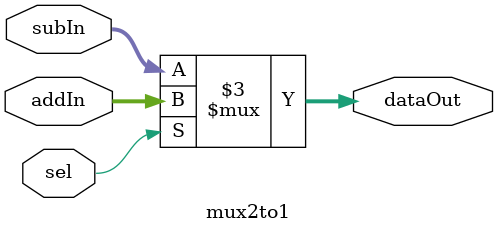
<source format=v>
module memoryA(DOut1, AddrA, WEA, DataInA);
    output reg [7:0] DOut1;
    input [2:0] AddrA;
    input WEA;
    input [7:0] DataInA;

    reg [7:0] memA [7:0];
    
    always @(AddrA, DataInA, WEA)begin
        if(WEA) memA[AddrA] = DataInA;
        else begin
            memA[AddrA] = memA[AddrA];
            DOut1 = memA[AddrA];
        end
    end
endmodule

module memoryB(AddrB, WEB, DataInB);
    input [1:0] AddrB;
    input WEB;
    input [7:0] DataInB;

    reg [7:0] memB [3:0];
    
    always @(AddrB, DataInB, WEB)begin
        if(WEB) memB[AddrB] = DataInB;
        else begin 
            memB[AddrB] = memB[AddrB];
        end
    end
endmodule

module counterA(addr, inc, reset, clk);
    output reg [2:0] addr;
    input inc, reset, clk;
    
    initial begin
        addr = 0;
    end
    
    always @(posedge clk) begin
        if(reset) addr = 3'b0;
        else if(inc) addr = addr + 3'b1;
        else addr = addr;
    end
endmodule

module counterB(addr, inc, reset, clk);
    output reg [1:0] addr;
    input inc, reset, clk;
    
    initial begin
        addr = 0;
    end
    
    always @(posedge clk) begin
        if(reset) addr = 2'b0;
        else if(inc) addr = addr + 2'b1;
        else addr = addr;
    end
endmodule

module dreg(q, d, clk);
    output reg [7:0] q;
    input [7:0] d;
    input clk;
    
    always @(posedge clk) begin
        q = d;
    end
endmodule

module comparator(sign, in1, in2);
    output reg sign;
    input [7:0] in1;
    input [7:0] in2;
    
    always @(in1, in2) begin
        if(in1 >= in2) sign = 0;
        else sign = 1;
    end
    
endmodule

module adder(addOut, in1, in2);
    output [7:0] addOut;
    input [7:0] in1;
    input [7:0] in2;
    
    assign addOut = in1 + in2;
endmodule

module sub(subOut, in1, in2);
    output [7:0] subOut;
     input [7:0] in1;
     input [7:0] in2;
     
     assign subOut = in1 - in2;
endmodule

module mux2to1(dataOut, addIn, subIn, sel);
    output reg [7:0] dataOut;
    input [7:0] addIn;
    input [7:0] subIn;
    input sel;
    
    always @(addIn, subIn, sel) begin
        if(sel) dataOut = addIn;
        else dataOut = subIn;
    end
endmodule
</source>
